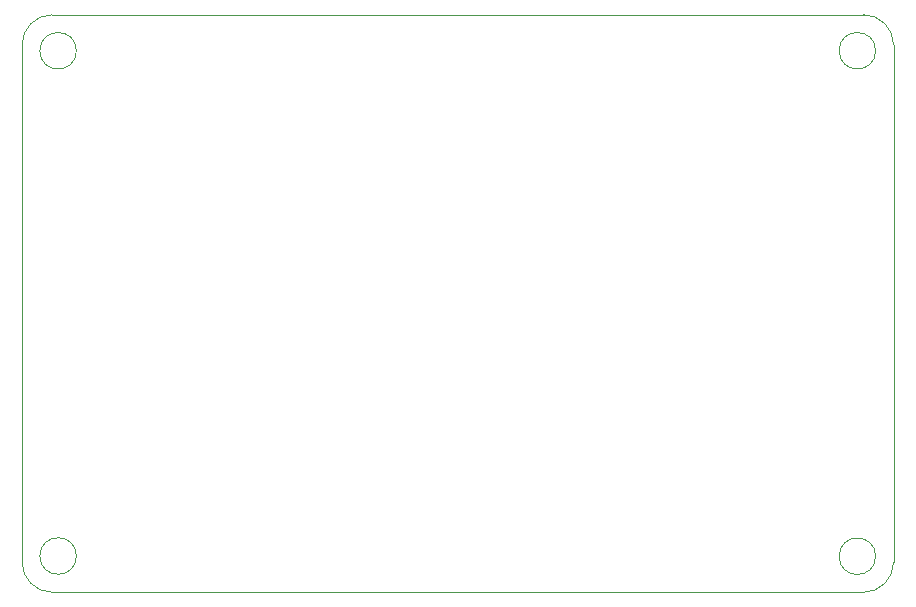
<source format=gm1>
%TF.GenerationSoftware,KiCad,Pcbnew,5.1.10*%
%TF.CreationDate,2021-10-24T13:16:46+02:00*%
%TF.ProjectId,PCB,5043422e-6b69-4636-9164-5f7063625858,1.0*%
%TF.SameCoordinates,Original*%
%TF.FileFunction,Profile,NP*%
%FSLAX46Y46*%
G04 Gerber Fmt 4.6, Leading zero omitted, Abs format (unit mm)*
G04 Created by KiCad (PCBNEW 5.1.10) date 2021-10-24 13:16:46*
%MOMM*%
%LPD*%
G01*
G04 APERTURE LIST*
%TA.AperFunction,Profile*%
%ADD10C,0.050000*%
%TD*%
G04 APERTURE END LIST*
D10*
X48260000Y-126365000D02*
X116967000Y-126365000D01*
X48260000Y-77470000D02*
X116967000Y-77470000D01*
X45720000Y-80010000D02*
X45720000Y-123825000D01*
X119507000Y-80010000D02*
X119507000Y-123825000D01*
X50313022Y-123295979D02*
G75*
G03*
X50313022Y-123295979I-1545022J0D01*
G01*
X50313022Y-80518000D02*
G75*
G03*
X50313022Y-80518000I-1545022J0D01*
G01*
X117983001Y-80518000D02*
G75*
G03*
X117983001Y-80518000I-1545022J0D01*
G01*
X117983001Y-123317000D02*
G75*
G03*
X117983001Y-123317000I-1545022J0D01*
G01*
X48260000Y-126365000D02*
G75*
G02*
X45720000Y-123825000I0J2540000D01*
G01*
X45720000Y-80010000D02*
G75*
G02*
X48260000Y-77470000I2540000J0D01*
G01*
X116967000Y-77470000D02*
G75*
G02*
X119507000Y-80010000I0J-2540000D01*
G01*
X119507000Y-123825000D02*
G75*
G02*
X116967000Y-126365000I-2540000J0D01*
G01*
M02*

</source>
